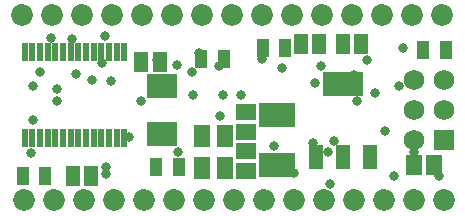
<source format=gbs>
G04*
G04 #@! TF.GenerationSoftware,Altium Limited,Altium Designer,20.1.10 (176)*
G04*
G04 Layer_Color=16711935*
%FSLAX25Y25*%
%MOIN*%
G70*
G04*
G04 #@! TF.SameCoordinates,773EA745-F9F6-403D-839C-D9EBE2D74CCE*
G04*
G04*
G04 #@! TF.FilePolarity,Negative*
G04*
G01*
G75*
%ADD30R,0.05708X0.07480*%
%ADD31R,0.04803X0.06574*%
%ADD36C,0.07284*%
%ADD37R,0.06811X0.06811*%
%ADD38C,0.06811*%
%ADD39C,0.03150*%
%ADD54R,0.13385X0.07874*%
%ADD55R,0.04527X0.07874*%
%ADD56R,0.04409X0.06221*%
%ADD57R,0.10236X0.07874*%
%ADD58R,0.05315X0.06575*%
%ADD59R,0.06575X0.05315*%
%ADD60R,0.12402X0.08465*%
%ADD61R,0.02158X0.06287*%
D30*
X176500Y111685D02*
D03*
Y122315D02*
D03*
X184000Y111685D02*
D03*
Y122315D02*
D03*
D31*
X156200Y147000D02*
D03*
X162500D02*
D03*
X209350Y153000D02*
D03*
X215650D02*
D03*
X229650D02*
D03*
X223350D02*
D03*
X133350Y109000D02*
D03*
X139650D02*
D03*
D36*
X256500Y162500D02*
D03*
X246500D02*
D03*
X236500D02*
D03*
X226500D02*
D03*
X216500D02*
D03*
X206500D02*
D03*
X196500D02*
D03*
X186500D02*
D03*
X176500D02*
D03*
X166500D02*
D03*
X156500D02*
D03*
X146500D02*
D03*
X136500D02*
D03*
X126500D02*
D03*
X116500D02*
D03*
X117000Y101000D02*
D03*
X127000D02*
D03*
X137000D02*
D03*
X147000D02*
D03*
X157000D02*
D03*
X167000D02*
D03*
X177000D02*
D03*
X187000D02*
D03*
X197000D02*
D03*
X207000D02*
D03*
X217000D02*
D03*
X227000D02*
D03*
X237000D02*
D03*
X247000D02*
D03*
X257000D02*
D03*
D37*
Y121000D02*
D03*
D38*
X247000D02*
D03*
X257000Y131000D02*
D03*
X247000D02*
D03*
X257000Y141000D02*
D03*
X247000D02*
D03*
D39*
X231500Y147500D02*
D03*
X168500Y117000D02*
D03*
X119500Y116500D02*
D03*
X120000Y139000D02*
D03*
Y127500D02*
D03*
X128000Y138000D02*
D03*
Y134000D02*
D03*
X168000Y146000D02*
D03*
X173500Y136000D02*
D03*
X152000Y122000D02*
D03*
X156000Y134000D02*
D03*
X134500Y143000D02*
D03*
X173000Y143500D02*
D03*
X175500Y150000D02*
D03*
X182000Y145500D02*
D03*
X161500Y147500D02*
D03*
X144000Y155500D02*
D03*
X146000Y140500D02*
D03*
X139764Y141067D02*
D03*
X126000Y155000D02*
D03*
X143000Y146500D02*
D03*
X133000Y154500D02*
D03*
X144500Y109500D02*
D03*
Y112000D02*
D03*
X122500Y143500D02*
D03*
X228000Y134000D02*
D03*
X216000Y145500D02*
D03*
X213500Y120000D02*
D03*
X182543Y129000D02*
D03*
X183339Y136000D02*
D03*
X229500Y154500D02*
D03*
X234000Y136500D02*
D03*
X242000Y139000D02*
D03*
X247000Y113500D02*
D03*
Y117000D02*
D03*
X227000Y142500D02*
D03*
X243500Y151500D02*
D03*
X255551Y109000D02*
D03*
X240500D02*
D03*
X200500Y119000D02*
D03*
X237500Y124000D02*
D03*
X214000Y140000D02*
D03*
X219305Y106375D02*
D03*
X204000Y131500D02*
D03*
X220500Y120500D02*
D03*
X218500Y117000D02*
D03*
X207000Y110000D02*
D03*
X189500Y136000D02*
D03*
X203250Y145000D02*
D03*
X196500Y148000D02*
D03*
D54*
X223500Y139705D02*
D03*
D55*
X214445Y115295D02*
D03*
X223500D02*
D03*
X232555D02*
D03*
D56*
X250240Y151000D02*
D03*
X257760D02*
D03*
X204260Y151500D02*
D03*
X196740D02*
D03*
X183760Y148000D02*
D03*
X176240D02*
D03*
X124260Y109000D02*
D03*
X116740D02*
D03*
X161240Y112000D02*
D03*
X168760D02*
D03*
D57*
X163000Y138972D02*
D03*
Y123028D02*
D03*
D58*
X247035Y112500D02*
D03*
X253965D02*
D03*
D59*
X191000Y110535D02*
D03*
Y117465D02*
D03*
Y130465D02*
D03*
Y123535D02*
D03*
D60*
X201500Y129465D02*
D03*
Y112535D02*
D03*
D61*
X117366Y121606D02*
D03*
X119925D02*
D03*
X122484D02*
D03*
X125043D02*
D03*
X127602D02*
D03*
X130161D02*
D03*
X132720D02*
D03*
X135280D02*
D03*
X137839D02*
D03*
X140398D02*
D03*
X142957D02*
D03*
X145516D02*
D03*
X148075D02*
D03*
X150634D02*
D03*
X117366Y150394D02*
D03*
X119925D02*
D03*
X122484D02*
D03*
X125043D02*
D03*
X127602D02*
D03*
X132720D02*
D03*
X130161D02*
D03*
X135280D02*
D03*
X137839D02*
D03*
X140398D02*
D03*
X142957D02*
D03*
X145516D02*
D03*
X148075D02*
D03*
X150634D02*
D03*
M02*

</source>
